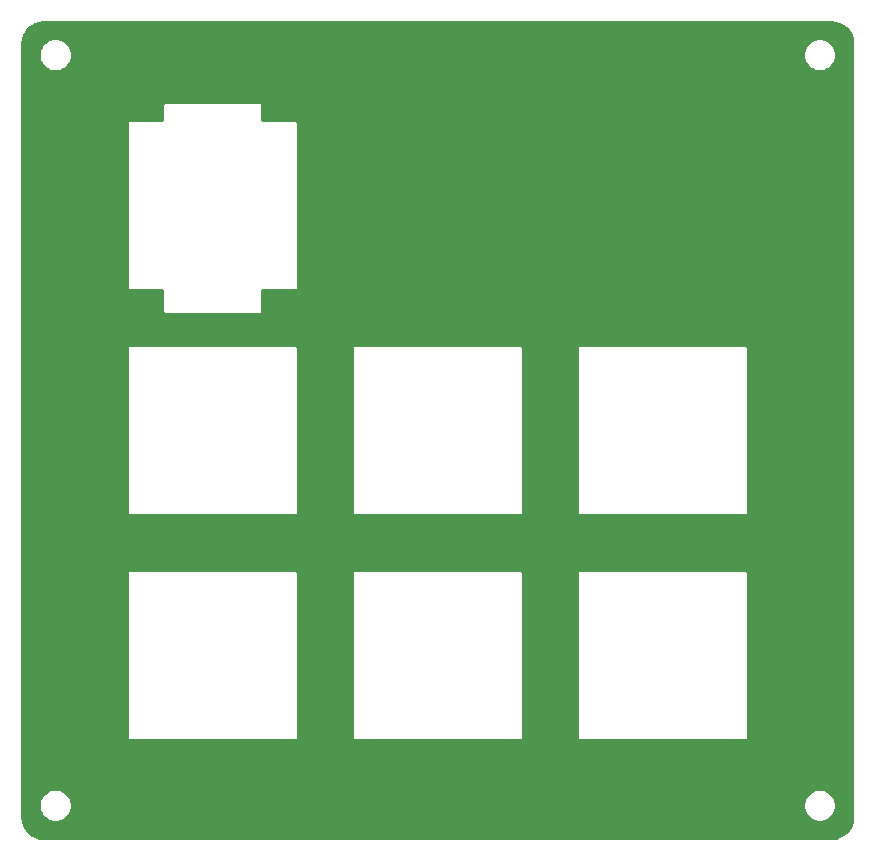
<source format=gbr>
G04 #@! TF.GenerationSoftware,KiCad,Pcbnew,(5.1.10)-1*
G04 #@! TF.CreationDate,2022-02-10T22:40:46+07:00*
G04 #@! TF.ProjectId,Plate,506c6174-652e-46b6-9963-61645f706362,rev?*
G04 #@! TF.SameCoordinates,Original*
G04 #@! TF.FileFunction,Copper,L2,Bot*
G04 #@! TF.FilePolarity,Positive*
%FSLAX45Y45*%
G04 Gerber Fmt 4.5, Leading zero omitted, Abs format (unit mm)*
G04 Created by KiCad (PCBNEW (5.1.10)-1) date 2022-02-10 22:40:46*
%MOMM*%
%LPD*%
G01*
G04 APERTURE LIST*
G04 #@! TA.AperFunction,NonConductor*
%ADD10C,0.254000*%
G04 #@! TD*
G04 #@! TA.AperFunction,NonConductor*
%ADD11C,0.100000*%
G04 #@! TD*
G04 APERTURE END LIST*
D10*
X30040535Y-7979656D02*
X30073641Y-7989652D01*
X30104175Y-8005887D01*
X30130973Y-8027743D01*
X30153016Y-8054389D01*
X30169464Y-8084809D01*
X30179690Y-8117844D01*
X30183418Y-8153305D01*
X30183418Y-8153524D01*
X30183418Y-14705463D01*
X30179935Y-14740991D01*
X30169940Y-14774097D01*
X30153705Y-14804631D01*
X30131848Y-14831429D01*
X30105202Y-14853473D01*
X30074783Y-14869921D01*
X30041747Y-14880147D01*
X30006286Y-14883874D01*
X30006039Y-14883875D01*
X23335036Y-14883874D01*
X23299510Y-14880391D01*
X23266404Y-14870396D01*
X23235870Y-14854161D01*
X23209071Y-14832304D01*
X23187028Y-14805658D01*
X23170580Y-14775239D01*
X23160354Y-14742204D01*
X23156627Y-14706742D01*
X23156626Y-14706523D01*
X23156626Y-14592882D01*
X23294899Y-14592882D01*
X23294899Y-14620268D01*
X23300242Y-14647127D01*
X23310722Y-14672429D01*
X23325937Y-14695199D01*
X23345302Y-14714564D01*
X23368072Y-14729779D01*
X23393373Y-14740259D01*
X23420233Y-14745602D01*
X23447619Y-14745602D01*
X23474479Y-14740259D01*
X23499780Y-14729779D01*
X23522551Y-14714564D01*
X23541916Y-14695199D01*
X23557131Y-14672429D01*
X23567611Y-14647127D01*
X23572954Y-14620268D01*
X23572954Y-14592882D01*
X29767091Y-14592882D01*
X29767091Y-14620268D01*
X29772434Y-14647127D01*
X29782914Y-14672429D01*
X29798129Y-14695199D01*
X29817494Y-14714564D01*
X29840264Y-14729779D01*
X29865566Y-14740259D01*
X29892425Y-14745602D01*
X29919811Y-14745602D01*
X29946671Y-14740259D01*
X29971972Y-14729779D01*
X29994743Y-14714564D01*
X30014108Y-14695199D01*
X30029323Y-14672429D01*
X30039803Y-14647127D01*
X30045146Y-14620268D01*
X30045146Y-14592882D01*
X30039803Y-14566022D01*
X30029323Y-14540720D01*
X30014108Y-14517950D01*
X29994743Y-14498585D01*
X29971972Y-14483370D01*
X29946671Y-14472890D01*
X29919811Y-14467547D01*
X29892425Y-14467547D01*
X29865566Y-14472890D01*
X29840264Y-14483370D01*
X29817494Y-14498585D01*
X29798129Y-14517950D01*
X29782914Y-14540720D01*
X29772434Y-14566022D01*
X29767091Y-14592882D01*
X23572954Y-14592882D01*
X23567611Y-14566022D01*
X23557131Y-14540720D01*
X23541916Y-14517950D01*
X23522551Y-14498585D01*
X23499780Y-14483370D01*
X23474479Y-14472890D01*
X23447619Y-14467547D01*
X23420233Y-14467547D01*
X23393373Y-14472890D01*
X23368072Y-14483370D01*
X23345302Y-14498585D01*
X23325937Y-14517950D01*
X23310722Y-14540720D01*
X23300242Y-14566022D01*
X23294899Y-14592882D01*
X23156626Y-14592882D01*
X23156626Y-12635000D01*
X24042190Y-12635000D01*
X24042300Y-12636115D01*
X24042300Y-14033884D01*
X24042190Y-14035000D01*
X24042628Y-14039450D01*
X24043926Y-14043729D01*
X24046034Y-14047672D01*
X24048871Y-14051129D01*
X24052328Y-14053966D01*
X24056271Y-14056073D01*
X24060550Y-14057371D01*
X24063885Y-14057700D01*
X24065000Y-14057810D01*
X24066115Y-14057700D01*
X25463885Y-14057700D01*
X25465000Y-14057810D01*
X25466115Y-14057700D01*
X25469450Y-14057371D01*
X25473729Y-14056073D01*
X25477672Y-14053966D01*
X25481129Y-14051129D01*
X25483966Y-14047672D01*
X25486073Y-14043729D01*
X25487371Y-14039450D01*
X25487810Y-14035000D01*
X25487700Y-14033885D01*
X25487700Y-12636115D01*
X25487810Y-12635000D01*
X25947190Y-12635000D01*
X25947300Y-12636115D01*
X25947300Y-14033884D01*
X25947190Y-14035000D01*
X25947628Y-14039450D01*
X25948926Y-14043729D01*
X25951034Y-14047672D01*
X25953871Y-14051129D01*
X25957328Y-14053966D01*
X25961271Y-14056073D01*
X25965550Y-14057371D01*
X25968885Y-14057700D01*
X25970000Y-14057810D01*
X25971115Y-14057700D01*
X27368885Y-14057700D01*
X27370000Y-14057810D01*
X27371115Y-14057700D01*
X27374450Y-14057371D01*
X27378729Y-14056073D01*
X27382672Y-14053966D01*
X27386129Y-14051129D01*
X27388966Y-14047672D01*
X27391073Y-14043729D01*
X27392371Y-14039450D01*
X27392810Y-14035000D01*
X27392700Y-14033885D01*
X27392700Y-12636115D01*
X27392810Y-12635000D01*
X27852190Y-12635000D01*
X27852300Y-12636115D01*
X27852300Y-14033884D01*
X27852190Y-14035000D01*
X27852628Y-14039450D01*
X27853926Y-14043729D01*
X27856034Y-14047672D01*
X27858871Y-14051129D01*
X27862327Y-14053966D01*
X27866271Y-14056073D01*
X27870550Y-14057371D01*
X27873885Y-14057700D01*
X27875000Y-14057810D01*
X27876115Y-14057700D01*
X29273885Y-14057700D01*
X29275000Y-14057810D01*
X29276115Y-14057700D01*
X29279450Y-14057371D01*
X29283729Y-14056073D01*
X29287672Y-14053966D01*
X29291129Y-14051129D01*
X29293966Y-14047672D01*
X29296073Y-14043729D01*
X29297371Y-14039450D01*
X29297810Y-14035000D01*
X29297700Y-14033885D01*
X29297700Y-12636115D01*
X29297810Y-12635000D01*
X29297371Y-12630550D01*
X29296073Y-12626271D01*
X29293966Y-12622328D01*
X29291129Y-12618871D01*
X29287672Y-12616034D01*
X29283729Y-12613926D01*
X29279450Y-12612628D01*
X29276115Y-12612300D01*
X29275000Y-12612190D01*
X29273885Y-12612300D01*
X27876115Y-12612300D01*
X27875000Y-12612190D01*
X27873885Y-12612300D01*
X27870550Y-12612628D01*
X27866271Y-12613926D01*
X27862327Y-12616034D01*
X27858871Y-12618871D01*
X27856034Y-12622328D01*
X27853926Y-12626271D01*
X27852628Y-12630550D01*
X27852190Y-12635000D01*
X27392810Y-12635000D01*
X27392371Y-12630550D01*
X27391073Y-12626271D01*
X27388966Y-12622328D01*
X27386129Y-12618871D01*
X27382672Y-12616034D01*
X27378729Y-12613926D01*
X27374450Y-12612628D01*
X27371115Y-12612300D01*
X27370000Y-12612190D01*
X27368885Y-12612300D01*
X25971115Y-12612300D01*
X25970000Y-12612190D01*
X25968885Y-12612300D01*
X25965550Y-12612628D01*
X25961271Y-12613926D01*
X25957328Y-12616034D01*
X25953871Y-12618871D01*
X25951034Y-12622328D01*
X25948926Y-12626271D01*
X25947628Y-12630550D01*
X25947190Y-12635000D01*
X25487810Y-12635000D01*
X25487371Y-12630550D01*
X25486073Y-12626271D01*
X25483966Y-12622328D01*
X25481129Y-12618871D01*
X25477672Y-12616034D01*
X25473729Y-12613926D01*
X25469450Y-12612628D01*
X25466115Y-12612300D01*
X25465000Y-12612190D01*
X25463885Y-12612300D01*
X24066115Y-12612300D01*
X24065000Y-12612190D01*
X24063885Y-12612300D01*
X24060550Y-12612628D01*
X24056271Y-12613926D01*
X24052328Y-12616034D01*
X24048871Y-12618871D01*
X24046034Y-12622328D01*
X24043926Y-12626271D01*
X24042628Y-12630550D01*
X24042190Y-12635000D01*
X23156626Y-12635000D01*
X23156626Y-10730000D01*
X24042190Y-10730000D01*
X24042300Y-10731115D01*
X24042300Y-12128884D01*
X24042190Y-12130000D01*
X24042628Y-12134450D01*
X24043926Y-12138729D01*
X24046034Y-12142672D01*
X24048871Y-12146129D01*
X24052328Y-12148966D01*
X24056271Y-12151073D01*
X24060550Y-12152371D01*
X24063885Y-12152700D01*
X24065000Y-12152810D01*
X24066115Y-12152700D01*
X25463885Y-12152700D01*
X25465000Y-12152810D01*
X25466115Y-12152700D01*
X25469450Y-12152371D01*
X25473729Y-12151073D01*
X25477672Y-12148966D01*
X25481129Y-12146129D01*
X25483966Y-12142672D01*
X25486073Y-12138729D01*
X25487371Y-12134450D01*
X25487810Y-12130000D01*
X25487700Y-12128885D01*
X25487700Y-10731115D01*
X25487810Y-10730000D01*
X25947190Y-10730000D01*
X25947300Y-10731115D01*
X25947300Y-12128884D01*
X25947190Y-12130000D01*
X25947628Y-12134450D01*
X25948926Y-12138729D01*
X25951034Y-12142672D01*
X25953871Y-12146129D01*
X25957328Y-12148966D01*
X25961271Y-12151073D01*
X25965550Y-12152371D01*
X25968885Y-12152700D01*
X25970000Y-12152810D01*
X25971115Y-12152700D01*
X27368885Y-12152700D01*
X27370000Y-12152810D01*
X27371115Y-12152700D01*
X27374450Y-12152371D01*
X27378729Y-12151073D01*
X27382672Y-12148966D01*
X27386129Y-12146129D01*
X27388966Y-12142672D01*
X27391073Y-12138729D01*
X27392371Y-12134450D01*
X27392810Y-12130000D01*
X27392700Y-12128885D01*
X27392700Y-10731115D01*
X27392810Y-10730000D01*
X27392810Y-10730000D01*
X27852190Y-10730000D01*
X27852300Y-10731115D01*
X27852300Y-12128884D01*
X27852190Y-12130000D01*
X27852628Y-12134450D01*
X27853926Y-12138729D01*
X27856034Y-12142672D01*
X27858871Y-12146129D01*
X27862328Y-12148966D01*
X27866271Y-12151073D01*
X27870550Y-12152371D01*
X27873885Y-12152700D01*
X27875000Y-12152810D01*
X27876115Y-12152700D01*
X29273885Y-12152700D01*
X29275000Y-12152810D01*
X29276115Y-12152700D01*
X29279450Y-12152371D01*
X29283729Y-12151073D01*
X29287672Y-12148966D01*
X29291129Y-12146129D01*
X29293966Y-12142672D01*
X29296073Y-12138729D01*
X29297371Y-12134450D01*
X29297810Y-12130000D01*
X29297700Y-12128885D01*
X29297700Y-10731115D01*
X29297810Y-10730000D01*
X29297371Y-10725550D01*
X29296073Y-10721271D01*
X29293966Y-10717328D01*
X29291129Y-10713871D01*
X29287672Y-10711034D01*
X29283729Y-10708926D01*
X29279450Y-10707628D01*
X29276115Y-10707300D01*
X29275000Y-10707190D01*
X29273885Y-10707300D01*
X27876115Y-10707300D01*
X27875000Y-10707190D01*
X27873885Y-10707300D01*
X27870550Y-10707628D01*
X27866271Y-10708926D01*
X27862328Y-10711034D01*
X27858871Y-10713871D01*
X27856034Y-10717328D01*
X27853926Y-10721271D01*
X27852628Y-10725550D01*
X27852190Y-10730000D01*
X27392810Y-10730000D01*
X27392371Y-10725550D01*
X27391073Y-10721271D01*
X27388966Y-10717328D01*
X27386129Y-10713871D01*
X27382672Y-10711034D01*
X27378729Y-10708927D01*
X27374450Y-10707629D01*
X27371115Y-10707300D01*
X27370000Y-10707190D01*
X27368885Y-10707300D01*
X25971115Y-10707300D01*
X25970000Y-10707190D01*
X25968885Y-10707300D01*
X25965550Y-10707629D01*
X25961271Y-10708927D01*
X25957328Y-10711034D01*
X25953871Y-10713871D01*
X25951034Y-10717328D01*
X25948926Y-10721271D01*
X25947628Y-10725550D01*
X25947190Y-10730000D01*
X25487810Y-10730000D01*
X25487371Y-10725550D01*
X25486073Y-10721271D01*
X25483966Y-10717328D01*
X25481129Y-10713871D01*
X25477672Y-10711034D01*
X25473729Y-10708927D01*
X25469450Y-10707629D01*
X25466115Y-10707300D01*
X25465000Y-10707190D01*
X25463885Y-10707300D01*
X24066115Y-10707300D01*
X24065000Y-10707190D01*
X24063885Y-10707300D01*
X24060550Y-10707629D01*
X24056271Y-10708927D01*
X24052328Y-10711034D01*
X24048871Y-10713871D01*
X24046034Y-10717328D01*
X24043926Y-10721271D01*
X24042628Y-10725550D01*
X24042190Y-10730000D01*
X23156626Y-10730000D01*
X23156626Y-8825040D01*
X24042294Y-8825040D01*
X24042404Y-8826155D01*
X24042404Y-10223924D01*
X24042294Y-10225040D01*
X24042732Y-10229490D01*
X24044030Y-10233769D01*
X24046138Y-10237712D01*
X24048975Y-10241169D01*
X24052432Y-10244006D01*
X24056375Y-10246114D01*
X24060654Y-10247412D01*
X24063989Y-10247740D01*
X24065104Y-10247850D01*
X24066219Y-10247740D01*
X24342404Y-10247740D01*
X24342404Y-10423924D01*
X24342294Y-10425040D01*
X24342732Y-10429490D01*
X24344030Y-10433769D01*
X24346138Y-10437712D01*
X24348975Y-10441169D01*
X24352432Y-10444006D01*
X24356375Y-10446114D01*
X24360654Y-10447412D01*
X24363989Y-10447740D01*
X24365104Y-10447850D01*
X24366219Y-10447740D01*
X25163989Y-10447740D01*
X25165104Y-10447850D01*
X25166219Y-10447740D01*
X25169554Y-10447412D01*
X25173833Y-10446114D01*
X25177776Y-10444006D01*
X25181233Y-10441169D01*
X25184070Y-10437712D01*
X25186177Y-10433769D01*
X25187475Y-10429490D01*
X25187914Y-10425040D01*
X25187804Y-10423925D01*
X25187804Y-10247740D01*
X25463989Y-10247740D01*
X25465104Y-10247850D01*
X25466219Y-10247740D01*
X25469554Y-10247412D01*
X25473833Y-10246114D01*
X25477776Y-10244006D01*
X25481233Y-10241169D01*
X25484070Y-10237712D01*
X25486177Y-10233769D01*
X25487475Y-10229490D01*
X25487914Y-10225040D01*
X25487804Y-10223925D01*
X25487804Y-8826155D01*
X25487914Y-8825040D01*
X25487475Y-8820590D01*
X25486177Y-8816311D01*
X25484070Y-8812368D01*
X25481233Y-8808911D01*
X25477776Y-8806074D01*
X25473833Y-8803967D01*
X25469554Y-8802669D01*
X25466219Y-8802340D01*
X25465104Y-8802230D01*
X25463989Y-8802340D01*
X25187804Y-8802340D01*
X25187804Y-8676155D01*
X25187914Y-8675040D01*
X25187475Y-8670590D01*
X25186177Y-8666311D01*
X25184070Y-8662368D01*
X25181233Y-8658911D01*
X25177776Y-8656074D01*
X25173833Y-8653966D01*
X25169554Y-8652668D01*
X25166219Y-8652340D01*
X25165104Y-8652230D01*
X25163989Y-8652340D01*
X24366219Y-8652340D01*
X24365104Y-8652230D01*
X24363989Y-8652340D01*
X24360654Y-8652668D01*
X24356375Y-8653966D01*
X24352432Y-8656074D01*
X24348975Y-8658911D01*
X24346138Y-8662368D01*
X24344030Y-8666311D01*
X24342732Y-8670590D01*
X24342294Y-8675040D01*
X24342404Y-8676155D01*
X24342404Y-8802340D01*
X24066219Y-8802340D01*
X24065104Y-8802230D01*
X24063989Y-8802340D01*
X24060654Y-8802669D01*
X24056375Y-8803967D01*
X24052432Y-8806074D01*
X24048975Y-8808911D01*
X24046138Y-8812368D01*
X24044030Y-8816311D01*
X24042732Y-8820590D01*
X24042294Y-8825040D01*
X23156626Y-8825040D01*
X23156626Y-8239780D01*
X23294899Y-8239780D01*
X23294899Y-8267166D01*
X23300242Y-8294026D01*
X23310722Y-8319327D01*
X23325937Y-8342098D01*
X23345302Y-8361463D01*
X23368072Y-8376677D01*
X23393373Y-8387158D01*
X23420233Y-8392500D01*
X23447619Y-8392500D01*
X23474479Y-8387158D01*
X23499780Y-8376677D01*
X23522551Y-8361463D01*
X23541916Y-8342098D01*
X23557131Y-8319327D01*
X23567611Y-8294026D01*
X23572954Y-8267166D01*
X23572954Y-8239780D01*
X29767091Y-8239780D01*
X29767091Y-8267166D01*
X29772434Y-8294026D01*
X29782914Y-8319327D01*
X29798129Y-8342098D01*
X29817494Y-8361463D01*
X29840264Y-8376677D01*
X29865566Y-8387158D01*
X29892425Y-8392500D01*
X29919811Y-8392500D01*
X29946671Y-8387158D01*
X29971972Y-8376677D01*
X29994743Y-8361463D01*
X30014108Y-8342098D01*
X30029323Y-8319327D01*
X30039803Y-8294026D01*
X30045146Y-8267166D01*
X30045146Y-8239780D01*
X30039803Y-8212920D01*
X30029323Y-8187619D01*
X30014108Y-8164848D01*
X29994743Y-8145483D01*
X29971972Y-8130269D01*
X29946671Y-8119788D01*
X29919811Y-8114446D01*
X29892425Y-8114446D01*
X29865566Y-8119788D01*
X29840264Y-8130269D01*
X29817494Y-8145483D01*
X29798129Y-8164848D01*
X29782914Y-8187619D01*
X29772434Y-8212920D01*
X29767091Y-8239780D01*
X23572954Y-8239780D01*
X23567611Y-8212920D01*
X23557131Y-8187619D01*
X23541916Y-8164848D01*
X23522551Y-8145483D01*
X23499780Y-8130269D01*
X23474479Y-8119788D01*
X23447619Y-8114446D01*
X23420233Y-8114446D01*
X23393373Y-8119788D01*
X23368072Y-8130269D01*
X23345302Y-8145483D01*
X23325937Y-8164848D01*
X23310722Y-8187619D01*
X23300242Y-8212920D01*
X23294899Y-8239780D01*
X23156626Y-8239780D01*
X23156626Y-8154584D01*
X23160110Y-8119056D01*
X23170105Y-8085950D01*
X23186340Y-8055417D01*
X23208197Y-8028618D01*
X23234842Y-8006575D01*
X23265262Y-7990127D01*
X23298297Y-7979901D01*
X23333759Y-7976174D01*
X23333977Y-7976173D01*
X30005008Y-7976173D01*
X30040535Y-7979656D01*
G04 #@! TA.AperFunction,NonConductor*
D11*
G36*
X30040535Y-7979656D02*
G01*
X30073641Y-7989652D01*
X30104175Y-8005887D01*
X30130973Y-8027743D01*
X30153016Y-8054389D01*
X30169464Y-8084809D01*
X30179690Y-8117844D01*
X30183418Y-8153305D01*
X30183418Y-8153524D01*
X30183418Y-14705463D01*
X30179935Y-14740991D01*
X30169940Y-14774097D01*
X30153705Y-14804631D01*
X30131848Y-14831429D01*
X30105202Y-14853473D01*
X30074783Y-14869921D01*
X30041747Y-14880147D01*
X30006286Y-14883874D01*
X30006039Y-14883875D01*
X23335036Y-14883874D01*
X23299510Y-14880391D01*
X23266404Y-14870396D01*
X23235870Y-14854161D01*
X23209071Y-14832304D01*
X23187028Y-14805658D01*
X23170580Y-14775239D01*
X23160354Y-14742204D01*
X23156627Y-14706742D01*
X23156626Y-14706523D01*
X23156626Y-14592882D01*
X23294899Y-14592882D01*
X23294899Y-14620268D01*
X23300242Y-14647127D01*
X23310722Y-14672429D01*
X23325937Y-14695199D01*
X23345302Y-14714564D01*
X23368072Y-14729779D01*
X23393373Y-14740259D01*
X23420233Y-14745602D01*
X23447619Y-14745602D01*
X23474479Y-14740259D01*
X23499780Y-14729779D01*
X23522551Y-14714564D01*
X23541916Y-14695199D01*
X23557131Y-14672429D01*
X23567611Y-14647127D01*
X23572954Y-14620268D01*
X23572954Y-14592882D01*
X29767091Y-14592882D01*
X29767091Y-14620268D01*
X29772434Y-14647127D01*
X29782914Y-14672429D01*
X29798129Y-14695199D01*
X29817494Y-14714564D01*
X29840264Y-14729779D01*
X29865566Y-14740259D01*
X29892425Y-14745602D01*
X29919811Y-14745602D01*
X29946671Y-14740259D01*
X29971972Y-14729779D01*
X29994743Y-14714564D01*
X30014108Y-14695199D01*
X30029323Y-14672429D01*
X30039803Y-14647127D01*
X30045146Y-14620268D01*
X30045146Y-14592882D01*
X30039803Y-14566022D01*
X30029323Y-14540720D01*
X30014108Y-14517950D01*
X29994743Y-14498585D01*
X29971972Y-14483370D01*
X29946671Y-14472890D01*
X29919811Y-14467547D01*
X29892425Y-14467547D01*
X29865566Y-14472890D01*
X29840264Y-14483370D01*
X29817494Y-14498585D01*
X29798129Y-14517950D01*
X29782914Y-14540720D01*
X29772434Y-14566022D01*
X29767091Y-14592882D01*
X23572954Y-14592882D01*
X23567611Y-14566022D01*
X23557131Y-14540720D01*
X23541916Y-14517950D01*
X23522551Y-14498585D01*
X23499780Y-14483370D01*
X23474479Y-14472890D01*
X23447619Y-14467547D01*
X23420233Y-14467547D01*
X23393373Y-14472890D01*
X23368072Y-14483370D01*
X23345302Y-14498585D01*
X23325937Y-14517950D01*
X23310722Y-14540720D01*
X23300242Y-14566022D01*
X23294899Y-14592882D01*
X23156626Y-14592882D01*
X23156626Y-12635000D01*
X24042190Y-12635000D01*
X24042300Y-12636115D01*
X24042300Y-14033884D01*
X24042190Y-14035000D01*
X24042628Y-14039450D01*
X24043926Y-14043729D01*
X24046034Y-14047672D01*
X24048871Y-14051129D01*
X24052328Y-14053966D01*
X24056271Y-14056073D01*
X24060550Y-14057371D01*
X24063885Y-14057700D01*
X24065000Y-14057810D01*
X24066115Y-14057700D01*
X25463885Y-14057700D01*
X25465000Y-14057810D01*
X25466115Y-14057700D01*
X25469450Y-14057371D01*
X25473729Y-14056073D01*
X25477672Y-14053966D01*
X25481129Y-14051129D01*
X25483966Y-14047672D01*
X25486073Y-14043729D01*
X25487371Y-14039450D01*
X25487810Y-14035000D01*
X25487700Y-14033885D01*
X25487700Y-12636115D01*
X25487810Y-12635000D01*
X25947190Y-12635000D01*
X25947300Y-12636115D01*
X25947300Y-14033884D01*
X25947190Y-14035000D01*
X25947628Y-14039450D01*
X25948926Y-14043729D01*
X25951034Y-14047672D01*
X25953871Y-14051129D01*
X25957328Y-14053966D01*
X25961271Y-14056073D01*
X25965550Y-14057371D01*
X25968885Y-14057700D01*
X25970000Y-14057810D01*
X25971115Y-14057700D01*
X27368885Y-14057700D01*
X27370000Y-14057810D01*
X27371115Y-14057700D01*
X27374450Y-14057371D01*
X27378729Y-14056073D01*
X27382672Y-14053966D01*
X27386129Y-14051129D01*
X27388966Y-14047672D01*
X27391073Y-14043729D01*
X27392371Y-14039450D01*
X27392810Y-14035000D01*
X27392700Y-14033885D01*
X27392700Y-12636115D01*
X27392810Y-12635000D01*
X27852190Y-12635000D01*
X27852300Y-12636115D01*
X27852300Y-14033884D01*
X27852190Y-14035000D01*
X27852628Y-14039450D01*
X27853926Y-14043729D01*
X27856034Y-14047672D01*
X27858871Y-14051129D01*
X27862327Y-14053966D01*
X27866271Y-14056073D01*
X27870550Y-14057371D01*
X27873885Y-14057700D01*
X27875000Y-14057810D01*
X27876115Y-14057700D01*
X29273885Y-14057700D01*
X29275000Y-14057810D01*
X29276115Y-14057700D01*
X29279450Y-14057371D01*
X29283729Y-14056073D01*
X29287672Y-14053966D01*
X29291129Y-14051129D01*
X29293966Y-14047672D01*
X29296073Y-14043729D01*
X29297371Y-14039450D01*
X29297810Y-14035000D01*
X29297700Y-14033885D01*
X29297700Y-12636115D01*
X29297810Y-12635000D01*
X29297371Y-12630550D01*
X29296073Y-12626271D01*
X29293966Y-12622328D01*
X29291129Y-12618871D01*
X29287672Y-12616034D01*
X29283729Y-12613926D01*
X29279450Y-12612628D01*
X29276115Y-12612300D01*
X29275000Y-12612190D01*
X29273885Y-12612300D01*
X27876115Y-12612300D01*
X27875000Y-12612190D01*
X27873885Y-12612300D01*
X27870550Y-12612628D01*
X27866271Y-12613926D01*
X27862327Y-12616034D01*
X27858871Y-12618871D01*
X27856034Y-12622328D01*
X27853926Y-12626271D01*
X27852628Y-12630550D01*
X27852190Y-12635000D01*
X27392810Y-12635000D01*
X27392371Y-12630550D01*
X27391073Y-12626271D01*
X27388966Y-12622328D01*
X27386129Y-12618871D01*
X27382672Y-12616034D01*
X27378729Y-12613926D01*
X27374450Y-12612628D01*
X27371115Y-12612300D01*
X27370000Y-12612190D01*
X27368885Y-12612300D01*
X25971115Y-12612300D01*
X25970000Y-12612190D01*
X25968885Y-12612300D01*
X25965550Y-12612628D01*
X25961271Y-12613926D01*
X25957328Y-12616034D01*
X25953871Y-12618871D01*
X25951034Y-12622328D01*
X25948926Y-12626271D01*
X25947628Y-12630550D01*
X25947190Y-12635000D01*
X25487810Y-12635000D01*
X25487371Y-12630550D01*
X25486073Y-12626271D01*
X25483966Y-12622328D01*
X25481129Y-12618871D01*
X25477672Y-12616034D01*
X25473729Y-12613926D01*
X25469450Y-12612628D01*
X25466115Y-12612300D01*
X25465000Y-12612190D01*
X25463885Y-12612300D01*
X24066115Y-12612300D01*
X24065000Y-12612190D01*
X24063885Y-12612300D01*
X24060550Y-12612628D01*
X24056271Y-12613926D01*
X24052328Y-12616034D01*
X24048871Y-12618871D01*
X24046034Y-12622328D01*
X24043926Y-12626271D01*
X24042628Y-12630550D01*
X24042190Y-12635000D01*
X23156626Y-12635000D01*
X23156626Y-10730000D01*
X24042190Y-10730000D01*
X24042300Y-10731115D01*
X24042300Y-12128884D01*
X24042190Y-12130000D01*
X24042628Y-12134450D01*
X24043926Y-12138729D01*
X24046034Y-12142672D01*
X24048871Y-12146129D01*
X24052328Y-12148966D01*
X24056271Y-12151073D01*
X24060550Y-12152371D01*
X24063885Y-12152700D01*
X24065000Y-12152810D01*
X24066115Y-12152700D01*
X25463885Y-12152700D01*
X25465000Y-12152810D01*
X25466115Y-12152700D01*
X25469450Y-12152371D01*
X25473729Y-12151073D01*
X25477672Y-12148966D01*
X25481129Y-12146129D01*
X25483966Y-12142672D01*
X25486073Y-12138729D01*
X25487371Y-12134450D01*
X25487810Y-12130000D01*
X25487700Y-12128885D01*
X25487700Y-10731115D01*
X25487810Y-10730000D01*
X25947190Y-10730000D01*
X25947300Y-10731115D01*
X25947300Y-12128884D01*
X25947190Y-12130000D01*
X25947628Y-12134450D01*
X25948926Y-12138729D01*
X25951034Y-12142672D01*
X25953871Y-12146129D01*
X25957328Y-12148966D01*
X25961271Y-12151073D01*
X25965550Y-12152371D01*
X25968885Y-12152700D01*
X25970000Y-12152810D01*
X25971115Y-12152700D01*
X27368885Y-12152700D01*
X27370000Y-12152810D01*
X27371115Y-12152700D01*
X27374450Y-12152371D01*
X27378729Y-12151073D01*
X27382672Y-12148966D01*
X27386129Y-12146129D01*
X27388966Y-12142672D01*
X27391073Y-12138729D01*
X27392371Y-12134450D01*
X27392810Y-12130000D01*
X27392700Y-12128885D01*
X27392700Y-10731115D01*
X27392810Y-10730000D01*
X27392810Y-10730000D01*
X27852190Y-10730000D01*
X27852300Y-10731115D01*
X27852300Y-12128884D01*
X27852190Y-12130000D01*
X27852628Y-12134450D01*
X27853926Y-12138729D01*
X27856034Y-12142672D01*
X27858871Y-12146129D01*
X27862328Y-12148966D01*
X27866271Y-12151073D01*
X27870550Y-12152371D01*
X27873885Y-12152700D01*
X27875000Y-12152810D01*
X27876115Y-12152700D01*
X29273885Y-12152700D01*
X29275000Y-12152810D01*
X29276115Y-12152700D01*
X29279450Y-12152371D01*
X29283729Y-12151073D01*
X29287672Y-12148966D01*
X29291129Y-12146129D01*
X29293966Y-12142672D01*
X29296073Y-12138729D01*
X29297371Y-12134450D01*
X29297810Y-12130000D01*
X29297700Y-12128885D01*
X29297700Y-10731115D01*
X29297810Y-10730000D01*
X29297371Y-10725550D01*
X29296073Y-10721271D01*
X29293966Y-10717328D01*
X29291129Y-10713871D01*
X29287672Y-10711034D01*
X29283729Y-10708926D01*
X29279450Y-10707628D01*
X29276115Y-10707300D01*
X29275000Y-10707190D01*
X29273885Y-10707300D01*
X27876115Y-10707300D01*
X27875000Y-10707190D01*
X27873885Y-10707300D01*
X27870550Y-10707628D01*
X27866271Y-10708926D01*
X27862328Y-10711034D01*
X27858871Y-10713871D01*
X27856034Y-10717328D01*
X27853926Y-10721271D01*
X27852628Y-10725550D01*
X27852190Y-10730000D01*
X27392810Y-10730000D01*
X27392371Y-10725550D01*
X27391073Y-10721271D01*
X27388966Y-10717328D01*
X27386129Y-10713871D01*
X27382672Y-10711034D01*
X27378729Y-10708927D01*
X27374450Y-10707629D01*
X27371115Y-10707300D01*
X27370000Y-10707190D01*
X27368885Y-10707300D01*
X25971115Y-10707300D01*
X25970000Y-10707190D01*
X25968885Y-10707300D01*
X25965550Y-10707629D01*
X25961271Y-10708927D01*
X25957328Y-10711034D01*
X25953871Y-10713871D01*
X25951034Y-10717328D01*
X25948926Y-10721271D01*
X25947628Y-10725550D01*
X25947190Y-10730000D01*
X25487810Y-10730000D01*
X25487371Y-10725550D01*
X25486073Y-10721271D01*
X25483966Y-10717328D01*
X25481129Y-10713871D01*
X25477672Y-10711034D01*
X25473729Y-10708927D01*
X25469450Y-10707629D01*
X25466115Y-10707300D01*
X25465000Y-10707190D01*
X25463885Y-10707300D01*
X24066115Y-10707300D01*
X24065000Y-10707190D01*
X24063885Y-10707300D01*
X24060550Y-10707629D01*
X24056271Y-10708927D01*
X24052328Y-10711034D01*
X24048871Y-10713871D01*
X24046034Y-10717328D01*
X24043926Y-10721271D01*
X24042628Y-10725550D01*
X24042190Y-10730000D01*
X23156626Y-10730000D01*
X23156626Y-8825040D01*
X24042294Y-8825040D01*
X24042404Y-8826155D01*
X24042404Y-10223924D01*
X24042294Y-10225040D01*
X24042732Y-10229490D01*
X24044030Y-10233769D01*
X24046138Y-10237712D01*
X24048975Y-10241169D01*
X24052432Y-10244006D01*
X24056375Y-10246114D01*
X24060654Y-10247412D01*
X24063989Y-10247740D01*
X24065104Y-10247850D01*
X24066219Y-10247740D01*
X24342404Y-10247740D01*
X24342404Y-10423924D01*
X24342294Y-10425040D01*
X24342732Y-10429490D01*
X24344030Y-10433769D01*
X24346138Y-10437712D01*
X24348975Y-10441169D01*
X24352432Y-10444006D01*
X24356375Y-10446114D01*
X24360654Y-10447412D01*
X24363989Y-10447740D01*
X24365104Y-10447850D01*
X24366219Y-10447740D01*
X25163989Y-10447740D01*
X25165104Y-10447850D01*
X25166219Y-10447740D01*
X25169554Y-10447412D01*
X25173833Y-10446114D01*
X25177776Y-10444006D01*
X25181233Y-10441169D01*
X25184070Y-10437712D01*
X25186177Y-10433769D01*
X25187475Y-10429490D01*
X25187914Y-10425040D01*
X25187804Y-10423925D01*
X25187804Y-10247740D01*
X25463989Y-10247740D01*
X25465104Y-10247850D01*
X25466219Y-10247740D01*
X25469554Y-10247412D01*
X25473833Y-10246114D01*
X25477776Y-10244006D01*
X25481233Y-10241169D01*
X25484070Y-10237712D01*
X25486177Y-10233769D01*
X25487475Y-10229490D01*
X25487914Y-10225040D01*
X25487804Y-10223925D01*
X25487804Y-8826155D01*
X25487914Y-8825040D01*
X25487475Y-8820590D01*
X25486177Y-8816311D01*
X25484070Y-8812368D01*
X25481233Y-8808911D01*
X25477776Y-8806074D01*
X25473833Y-8803967D01*
X25469554Y-8802669D01*
X25466219Y-8802340D01*
X25465104Y-8802230D01*
X25463989Y-8802340D01*
X25187804Y-8802340D01*
X25187804Y-8676155D01*
X25187914Y-8675040D01*
X25187475Y-8670590D01*
X25186177Y-8666311D01*
X25184070Y-8662368D01*
X25181233Y-8658911D01*
X25177776Y-8656074D01*
X25173833Y-8653966D01*
X25169554Y-8652668D01*
X25166219Y-8652340D01*
X25165104Y-8652230D01*
X25163989Y-8652340D01*
X24366219Y-8652340D01*
X24365104Y-8652230D01*
X24363989Y-8652340D01*
X24360654Y-8652668D01*
X24356375Y-8653966D01*
X24352432Y-8656074D01*
X24348975Y-8658911D01*
X24346138Y-8662368D01*
X24344030Y-8666311D01*
X24342732Y-8670590D01*
X24342294Y-8675040D01*
X24342404Y-8676155D01*
X24342404Y-8802340D01*
X24066219Y-8802340D01*
X24065104Y-8802230D01*
X24063989Y-8802340D01*
X24060654Y-8802669D01*
X24056375Y-8803967D01*
X24052432Y-8806074D01*
X24048975Y-8808911D01*
X24046138Y-8812368D01*
X24044030Y-8816311D01*
X24042732Y-8820590D01*
X24042294Y-8825040D01*
X23156626Y-8825040D01*
X23156626Y-8239780D01*
X23294899Y-8239780D01*
X23294899Y-8267166D01*
X23300242Y-8294026D01*
X23310722Y-8319327D01*
X23325937Y-8342098D01*
X23345302Y-8361463D01*
X23368072Y-8376677D01*
X23393373Y-8387158D01*
X23420233Y-8392500D01*
X23447619Y-8392500D01*
X23474479Y-8387158D01*
X23499780Y-8376677D01*
X23522551Y-8361463D01*
X23541916Y-8342098D01*
X23557131Y-8319327D01*
X23567611Y-8294026D01*
X23572954Y-8267166D01*
X23572954Y-8239780D01*
X29767091Y-8239780D01*
X29767091Y-8267166D01*
X29772434Y-8294026D01*
X29782914Y-8319327D01*
X29798129Y-8342098D01*
X29817494Y-8361463D01*
X29840264Y-8376677D01*
X29865566Y-8387158D01*
X29892425Y-8392500D01*
X29919811Y-8392500D01*
X29946671Y-8387158D01*
X29971972Y-8376677D01*
X29994743Y-8361463D01*
X30014108Y-8342098D01*
X30029323Y-8319327D01*
X30039803Y-8294026D01*
X30045146Y-8267166D01*
X30045146Y-8239780D01*
X30039803Y-8212920D01*
X30029323Y-8187619D01*
X30014108Y-8164848D01*
X29994743Y-8145483D01*
X29971972Y-8130269D01*
X29946671Y-8119788D01*
X29919811Y-8114446D01*
X29892425Y-8114446D01*
X29865566Y-8119788D01*
X29840264Y-8130269D01*
X29817494Y-8145483D01*
X29798129Y-8164848D01*
X29782914Y-8187619D01*
X29772434Y-8212920D01*
X29767091Y-8239780D01*
X23572954Y-8239780D01*
X23567611Y-8212920D01*
X23557131Y-8187619D01*
X23541916Y-8164848D01*
X23522551Y-8145483D01*
X23499780Y-8130269D01*
X23474479Y-8119788D01*
X23447619Y-8114446D01*
X23420233Y-8114446D01*
X23393373Y-8119788D01*
X23368072Y-8130269D01*
X23345302Y-8145483D01*
X23325937Y-8164848D01*
X23310722Y-8187619D01*
X23300242Y-8212920D01*
X23294899Y-8239780D01*
X23156626Y-8239780D01*
X23156626Y-8154584D01*
X23160110Y-8119056D01*
X23170105Y-8085950D01*
X23186340Y-8055417D01*
X23208197Y-8028618D01*
X23234842Y-8006575D01*
X23265262Y-7990127D01*
X23298297Y-7979901D01*
X23333759Y-7976174D01*
X23333977Y-7976173D01*
X30005008Y-7976173D01*
X30040535Y-7979656D01*
G37*
G04 #@! TD.AperFunction*
M02*

</source>
